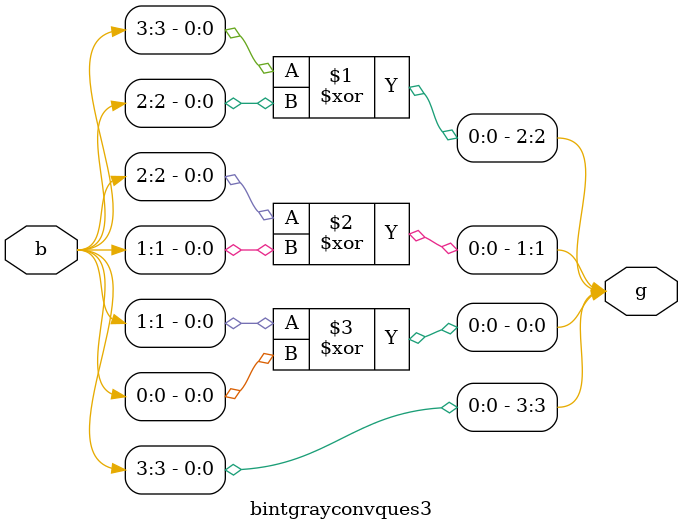
<source format=v>
`timescale 1ns / 1ps
module bintgrayconvques3(
    input  [3:0] b,
    output [3:0] g
);
    assign g[3] = b[3];
    assign g[2] = b[3] ^ b[2];
    assign g[1] = b[2] ^ b[1];
    assign g[0] = b[1] ^ b[0];
endmodule

</source>
